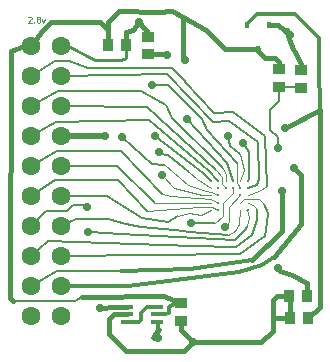
<source format=gtl>
G04 (created by PCBNEW (2013-08-24 BZR 4298)-stable) date Fri 07 Feb 2014 09:32:46 PM PST*
%MOIN*%
G04 Gerber Fmt 3.4, Leading zero omitted, Abs format*
%FSLAX34Y34*%
G01*
G70*
G90*
G04 APERTURE LIST*
%ADD10C,0.005906*%
%ADD11C,0.004921*%
%ADD12R,0.035400X0.039400*%
%ADD13R,0.039400X0.035400*%
%ADD14C,0.062992*%
%ADD15C,0.007874*%
%ADD16C,0.003937*%
%ADD17R,0.015748X0.024114*%
%ADD18R,0.039400X0.011800*%
%ADD19C,0.027559*%
%ADD20C,0.011811*%
%ADD21C,0.007874*%
%ADD22C,0.015748*%
%ADD23C,0.009843*%
%ADD24C,0.003937*%
%ADD25C,0.019685*%
G04 APERTURE END LIST*
G54D10*
G54D11*
X49204Y-38158D02*
X49213Y-38149D01*
X49232Y-38140D01*
X49279Y-38140D01*
X49298Y-38149D01*
X49307Y-38158D01*
X49317Y-38177D01*
X49317Y-38196D01*
X49307Y-38224D01*
X49195Y-38337D01*
X49317Y-38337D01*
X49401Y-38318D02*
X49410Y-38327D01*
X49401Y-38337D01*
X49392Y-38327D01*
X49401Y-38318D01*
X49401Y-38337D01*
X49523Y-38224D02*
X49504Y-38215D01*
X49495Y-38205D01*
X49485Y-38187D01*
X49485Y-38177D01*
X49495Y-38158D01*
X49504Y-38149D01*
X49523Y-38140D01*
X49560Y-38140D01*
X49579Y-38149D01*
X49588Y-38158D01*
X49598Y-38177D01*
X49598Y-38187D01*
X49588Y-38205D01*
X49579Y-38215D01*
X49560Y-38224D01*
X49523Y-38224D01*
X49504Y-38233D01*
X49495Y-38243D01*
X49485Y-38262D01*
X49485Y-38299D01*
X49495Y-38318D01*
X49504Y-38327D01*
X49523Y-38337D01*
X49560Y-38337D01*
X49579Y-38327D01*
X49588Y-38318D01*
X49598Y-38299D01*
X49598Y-38262D01*
X49588Y-38243D01*
X49579Y-38233D01*
X49560Y-38224D01*
X49663Y-38205D02*
X49710Y-38337D01*
X49757Y-38205D01*
G54D12*
X57900Y-47444D03*
X58492Y-47444D03*
G54D13*
X53208Y-38802D03*
X53208Y-39394D03*
G54D12*
X57928Y-48173D03*
X58520Y-48173D03*
X52465Y-39090D03*
X51873Y-39090D03*
G54D13*
X58299Y-39904D03*
X58299Y-40496D03*
G54D14*
X50283Y-48122D03*
X49283Y-48122D03*
X50283Y-45122D03*
X49283Y-46122D03*
X49283Y-47122D03*
X50283Y-47122D03*
X50283Y-46122D03*
X50283Y-44122D03*
X49283Y-45122D03*
X49283Y-44122D03*
X49283Y-43122D03*
X49283Y-39122D03*
X49283Y-40122D03*
X49283Y-41122D03*
X49283Y-42122D03*
X50283Y-43122D03*
X50283Y-42122D03*
X50283Y-41122D03*
X50283Y-40122D03*
X50283Y-39122D03*
G54D13*
X57570Y-40465D03*
X57570Y-39873D03*
G54D15*
X55539Y-44338D03*
X55539Y-44582D03*
G54D16*
X55295Y-44582D03*
X55295Y-44338D03*
G54D15*
X55539Y-43850D03*
G54D16*
X55539Y-43606D03*
G54D15*
X55295Y-43606D03*
G54D16*
X55295Y-43850D03*
X56271Y-44338D03*
X56271Y-44582D03*
G54D15*
X56271Y-43850D03*
G54D16*
X56271Y-43606D03*
G54D15*
X56515Y-44582D03*
G54D16*
X56515Y-44338D03*
G54D15*
X56515Y-43606D03*
X56515Y-43850D03*
G54D16*
X56515Y-44094D03*
G54D15*
X56271Y-44094D03*
X55539Y-44094D03*
G54D16*
X55295Y-44094D03*
X56027Y-43606D03*
X55783Y-43606D03*
G54D15*
X56027Y-43850D03*
X55783Y-43850D03*
G54D13*
X54295Y-48264D03*
X54295Y-47672D03*
G54D17*
X57232Y-38418D03*
X56484Y-38418D03*
X56858Y-39218D03*
G54D18*
X53484Y-47799D03*
X53484Y-48055D03*
X53484Y-48311D03*
X52498Y-48311D03*
X52498Y-48055D03*
X52498Y-47799D03*
G54D19*
X57771Y-41830D03*
X54496Y-41551D03*
X53425Y-42125D03*
X54421Y-39578D03*
X57519Y-42500D03*
X56370Y-42330D03*
X51192Y-45307D03*
X51161Y-44488D03*
X54685Y-48984D03*
X57921Y-38759D03*
X55771Y-45129D03*
X53645Y-43405D03*
X52881Y-38299D03*
X54618Y-45023D03*
X57527Y-46527D03*
X53334Y-40405D03*
X53818Y-39409D03*
X58051Y-43185D03*
X55858Y-42098D03*
X51598Y-47850D03*
X51751Y-42096D03*
X57653Y-43944D03*
X53559Y-42661D03*
X52343Y-42136D03*
X53519Y-48858D03*
G54D20*
X56484Y-38418D02*
X56484Y-38377D01*
X58909Y-38842D02*
X58909Y-39750D01*
X58098Y-38031D02*
X58909Y-38842D01*
X56830Y-38031D02*
X58098Y-38031D01*
X56484Y-38377D02*
X56830Y-38031D01*
G54D21*
X58520Y-48173D02*
X58515Y-48165D01*
G54D22*
X58515Y-48165D02*
X58917Y-47822D01*
X58917Y-47822D02*
X58917Y-41251D01*
G54D21*
X58917Y-39519D02*
X58909Y-39750D01*
G54D20*
X58909Y-39750D02*
X58917Y-41251D01*
G54D10*
X55834Y-43015D02*
X56027Y-43606D01*
G54D22*
X58917Y-41251D02*
X57771Y-41830D01*
G54D10*
X54496Y-41551D02*
X55834Y-43015D01*
G54D20*
X54295Y-47672D02*
X54114Y-47672D01*
X54114Y-47672D02*
X53881Y-47811D01*
X53881Y-47811D02*
X53881Y-47996D01*
X53881Y-47996D02*
X53771Y-48055D01*
X53771Y-48055D02*
X53484Y-48055D01*
X55125Y-38576D02*
X55127Y-38576D01*
G54D22*
X55770Y-39218D02*
X56858Y-39218D01*
X55127Y-38576D02*
X55770Y-39218D01*
G54D20*
X56858Y-39218D02*
X56858Y-39263D01*
G54D22*
X56858Y-39263D02*
X57106Y-39511D01*
X57106Y-39511D02*
X57444Y-39511D01*
X57444Y-39511D02*
X57570Y-39637D01*
X57570Y-39637D02*
X57570Y-39873D01*
X54365Y-39523D02*
X54365Y-38160D01*
G54D10*
X55015Y-43334D02*
X53425Y-42125D01*
X55295Y-43606D02*
X55015Y-43334D01*
G54D22*
X54421Y-39578D02*
X54365Y-39523D01*
X53523Y-37964D02*
X54000Y-37960D01*
X54000Y-37960D02*
X54365Y-38160D01*
X54365Y-38160D02*
X55125Y-38576D01*
G54D23*
X55125Y-38576D02*
X55129Y-38578D01*
G54D22*
X48602Y-47421D02*
X48602Y-47500D01*
X49066Y-39102D02*
X48612Y-39291D01*
X48612Y-39291D02*
X48602Y-47421D01*
X49283Y-39122D02*
X49066Y-39102D01*
X54275Y-47681D02*
X53732Y-47440D01*
X53732Y-47440D02*
X50994Y-47464D01*
G54D21*
X50994Y-47464D02*
X50748Y-47608D01*
X50748Y-47608D02*
X48917Y-47608D01*
X48710Y-47608D02*
X48917Y-47608D01*
G54D22*
X48602Y-47500D02*
X48710Y-47608D01*
X51873Y-39090D02*
X51873Y-38323D01*
X52244Y-37940D02*
X53523Y-37964D01*
X51873Y-38323D02*
X52244Y-37940D01*
X49283Y-39122D02*
X49661Y-38618D01*
G54D23*
X51873Y-38593D02*
X51873Y-39090D01*
G54D22*
X51598Y-38318D02*
X51873Y-38593D01*
X49960Y-38318D02*
X51598Y-38318D01*
X49661Y-38618D02*
X49960Y-38318D01*
G54D21*
X57570Y-40465D02*
X57570Y-40960D01*
X57570Y-40960D02*
X57271Y-41259D01*
X57271Y-41259D02*
X57271Y-41913D01*
X57271Y-41913D02*
X57519Y-42161D01*
X57519Y-42161D02*
X57519Y-42500D01*
X56370Y-42330D02*
X56570Y-42633D01*
X56570Y-42633D02*
X56570Y-43551D01*
X56570Y-43551D02*
X56515Y-43606D01*
X57570Y-40465D02*
X58267Y-40465D01*
X58267Y-40465D02*
X58299Y-40496D01*
X57090Y-45446D02*
X57151Y-45016D01*
G54D10*
X56259Y-46059D02*
X57090Y-45446D01*
X50283Y-46122D02*
X56259Y-46059D01*
G54D24*
X56397Y-44212D02*
X56271Y-44338D01*
X56893Y-44212D02*
X56397Y-44212D01*
X57066Y-44385D02*
X56893Y-44212D01*
G54D21*
X57196Y-44669D02*
X57066Y-44385D01*
X57151Y-45016D02*
X57196Y-44669D01*
G54D10*
X56657Y-45401D02*
X56665Y-45401D01*
X49283Y-46122D02*
X49871Y-45602D01*
G54D24*
X56681Y-44425D02*
X56515Y-44338D01*
X56818Y-44547D02*
X56681Y-44425D01*
G54D10*
X56834Y-44913D02*
X56818Y-44547D01*
X56665Y-45401D02*
X56834Y-44913D01*
X56657Y-45401D02*
X56115Y-45807D01*
X56115Y-45807D02*
X54680Y-45769D01*
X54680Y-45769D02*
X49871Y-45602D01*
X52972Y-45133D02*
X52448Y-45035D01*
G54D24*
X56106Y-45291D02*
X55858Y-45421D01*
X56244Y-45035D02*
X56106Y-45291D01*
G54D10*
X55858Y-45421D02*
X54598Y-45326D01*
X54598Y-45326D02*
X54102Y-45255D01*
X54102Y-45255D02*
X52972Y-45133D01*
G54D24*
X56271Y-44582D02*
X56244Y-45035D01*
G54D10*
X50783Y-44870D02*
X50283Y-45122D01*
X51874Y-44870D02*
X50783Y-44870D01*
X52448Y-45035D02*
X51874Y-44870D01*
X51280Y-45323D02*
X51209Y-45323D01*
X51209Y-45323D02*
X51192Y-45307D01*
X51161Y-44488D02*
X51066Y-44421D01*
X51066Y-44421D02*
X50700Y-44421D01*
X50700Y-44421D02*
X50500Y-44622D01*
X50500Y-44622D02*
X49783Y-44622D01*
X49783Y-44622D02*
X49283Y-45122D01*
X56500Y-45117D02*
X56463Y-45213D01*
X52303Y-45393D02*
X51280Y-45323D01*
X56106Y-45586D02*
X52303Y-45393D01*
X56463Y-45213D02*
X56106Y-45586D01*
X56515Y-44582D02*
X56507Y-44582D01*
G54D24*
X56507Y-44582D02*
X56551Y-44818D01*
X56551Y-44818D02*
X56500Y-45117D01*
X56500Y-45117D02*
X56500Y-45118D01*
X55295Y-44582D02*
X54956Y-44759D01*
G54D10*
X53003Y-44850D02*
X51842Y-44102D01*
X51842Y-44102D02*
X50283Y-44122D01*
X53874Y-44976D02*
X53003Y-44850D01*
X54204Y-44779D02*
X53874Y-44976D01*
G54D24*
X54566Y-44688D02*
X54204Y-44779D01*
X54956Y-44759D02*
X54566Y-44688D01*
X55539Y-44582D02*
X55318Y-44464D01*
G54D10*
X50098Y-43590D02*
X49283Y-44122D01*
G54D24*
X55318Y-44464D02*
X54909Y-44492D01*
G54D10*
X52204Y-43590D02*
X50098Y-43590D01*
X53165Y-44602D02*
X52204Y-43590D01*
G54D24*
X54909Y-44492D02*
X53165Y-44602D01*
G54D10*
X50283Y-43122D02*
X52145Y-43102D01*
X52145Y-43102D02*
X53444Y-44330D01*
G54D24*
X53444Y-44330D02*
X55295Y-44338D01*
G54D10*
X55539Y-44338D02*
X55531Y-44338D01*
G54D24*
X55531Y-44338D02*
X55303Y-44216D01*
X55303Y-44216D02*
X53948Y-44118D01*
X53948Y-44118D02*
X53653Y-44035D01*
G54D10*
X53653Y-44035D02*
X52279Y-42598D01*
X50165Y-42598D02*
X49283Y-43122D01*
X52279Y-42598D02*
X50165Y-42598D01*
G54D22*
X57350Y-48232D02*
X57350Y-47578D01*
X57484Y-47444D02*
X57900Y-47444D01*
X57350Y-47578D02*
X57484Y-47444D01*
X54685Y-48984D02*
X56976Y-48984D01*
X56976Y-48984D02*
X57350Y-48610D01*
X57350Y-48610D02*
X57350Y-48232D01*
X52066Y-48055D02*
X51905Y-48216D01*
X51905Y-48216D02*
X51905Y-48720D01*
X51905Y-48720D02*
X52464Y-49279D01*
X52464Y-49279D02*
X54389Y-49279D01*
X54389Y-49279D02*
X54685Y-48984D01*
X52498Y-48055D02*
X52066Y-48055D01*
X54295Y-48594D02*
X54295Y-48264D01*
X54295Y-48594D02*
X54685Y-48984D01*
X57409Y-48173D02*
X57928Y-48173D01*
G54D21*
X57350Y-48232D02*
X57350Y-48232D01*
X57350Y-48232D02*
X57409Y-48173D01*
G54D22*
X57232Y-38418D02*
X57514Y-38418D01*
X57514Y-38418D02*
X57921Y-38759D01*
X57909Y-38877D02*
X57834Y-38582D01*
G54D23*
X57834Y-38582D02*
X57996Y-38685D01*
X57996Y-38685D02*
X57921Y-38759D01*
G54D10*
X56271Y-44094D02*
X56251Y-44094D01*
G54D24*
X55881Y-44464D02*
X55881Y-44976D01*
X55881Y-44976D02*
X55771Y-45129D01*
X56251Y-44094D02*
X55881Y-44464D01*
G54D22*
X57928Y-48173D02*
X57932Y-47476D01*
G54D21*
X57932Y-47476D02*
X57900Y-47444D01*
X58299Y-39904D02*
X58299Y-39720D01*
G54D22*
X58299Y-39720D02*
X58098Y-39299D01*
G54D21*
X58098Y-39299D02*
X58043Y-39220D01*
G54D22*
X58043Y-39220D02*
X57960Y-39047D01*
X57960Y-39047D02*
X57909Y-38877D01*
G54D24*
X55295Y-44094D02*
X55003Y-44066D01*
X55003Y-44066D02*
X54059Y-43842D01*
X54059Y-43842D02*
X53645Y-43405D01*
G54D21*
X53208Y-38802D02*
X53259Y-38751D01*
G54D22*
X52465Y-38656D02*
X52681Y-38582D01*
X52681Y-38582D02*
X52881Y-38299D01*
X52465Y-38656D02*
X52465Y-39090D01*
X53259Y-38751D02*
X52881Y-38299D01*
G54D23*
X50283Y-39122D02*
X50535Y-39122D01*
X52465Y-39503D02*
X52465Y-39090D01*
X52299Y-39566D02*
X52465Y-39503D01*
X51425Y-39566D02*
X52299Y-39566D01*
X50535Y-39122D02*
X51425Y-39566D01*
G54D10*
X55783Y-43850D02*
X55783Y-43830D01*
G54D24*
X55783Y-43830D02*
X55661Y-43708D01*
X55661Y-43708D02*
X55659Y-43484D01*
X55659Y-43484D02*
X55462Y-43248D01*
G54D10*
X55462Y-43248D02*
X53145Y-41129D01*
X53145Y-41129D02*
X50283Y-41122D01*
G54D20*
X53484Y-47799D02*
X53177Y-47799D01*
X53177Y-47799D02*
X52960Y-48015D01*
X52960Y-48015D02*
X52960Y-48251D01*
X52960Y-48251D02*
X52901Y-48311D01*
X52901Y-48311D02*
X52498Y-48311D01*
G54D24*
X56027Y-43850D02*
X56027Y-44000D01*
X56027Y-44000D02*
X55696Y-44330D01*
X55696Y-44330D02*
X55696Y-44763D01*
X55696Y-44763D02*
X55437Y-45023D01*
G54D10*
X55437Y-45023D02*
X54618Y-45023D01*
G54D22*
X57527Y-46527D02*
X57606Y-46606D01*
X57606Y-46606D02*
X57980Y-46740D01*
X57980Y-46740D02*
X58492Y-47024D01*
X58492Y-47024D02*
X58492Y-47444D01*
G54D10*
X56271Y-43850D02*
X56271Y-43818D01*
G54D24*
X56271Y-43818D02*
X56149Y-43688D01*
X56149Y-43688D02*
X56149Y-42996D01*
G54D10*
X56149Y-42996D02*
X55165Y-41897D01*
X55165Y-41897D02*
X54984Y-41535D01*
X54984Y-41535D02*
X53854Y-40405D01*
X53854Y-40405D02*
X53334Y-40405D01*
X53818Y-39409D02*
X53803Y-39394D01*
G54D22*
X53803Y-39394D02*
X53208Y-39394D01*
G54D10*
X53212Y-41594D02*
X50133Y-41629D01*
X55539Y-43606D02*
X55216Y-43277D01*
X55216Y-43277D02*
X53212Y-41594D01*
X50133Y-41629D02*
X49283Y-42122D01*
G54D20*
X57007Y-46397D02*
X57385Y-46133D01*
G54D22*
X57385Y-46133D02*
X58291Y-45043D01*
X58291Y-45043D02*
X58291Y-43425D01*
X58291Y-43425D02*
X58051Y-43185D01*
G54D20*
X50283Y-47122D02*
X52515Y-47102D01*
X56220Y-46641D02*
X57007Y-46397D01*
G54D10*
X57007Y-46397D02*
X57019Y-46397D01*
G54D20*
X52515Y-47102D02*
X56220Y-46641D01*
G54D24*
X56271Y-43606D02*
X56271Y-43606D01*
X56271Y-43606D02*
X56389Y-43236D01*
X56389Y-43236D02*
X56259Y-42724D01*
G54D10*
X56259Y-42724D02*
X55944Y-42429D01*
X55944Y-42429D02*
X55858Y-42098D01*
G54D22*
X52106Y-47803D02*
X52494Y-47803D01*
X52494Y-47803D02*
X52498Y-47799D01*
X51598Y-47850D02*
X52106Y-47803D01*
G54D25*
X50283Y-42122D02*
X51746Y-42102D01*
X51746Y-42102D02*
X51751Y-42096D01*
G54D21*
X50173Y-46618D02*
X52303Y-46618D01*
G54D20*
X52303Y-46618D02*
X54594Y-46543D01*
X54594Y-46543D02*
X56677Y-46251D01*
G54D22*
X56677Y-46251D02*
X57653Y-45275D01*
X57653Y-45275D02*
X57653Y-43944D01*
G54D21*
X49311Y-47122D02*
X50173Y-46618D01*
G54D10*
X49283Y-47122D02*
X49311Y-47122D01*
G54D24*
X54834Y-43559D02*
X54559Y-43311D01*
X54834Y-43559D02*
X55295Y-43850D01*
G54D10*
X53859Y-42755D02*
X54559Y-43311D01*
X53594Y-42696D02*
X53859Y-42755D01*
X53559Y-42661D02*
X53594Y-42696D01*
X54419Y-40301D02*
X54419Y-40285D01*
X50559Y-39614D02*
X50106Y-39614D01*
X51200Y-39850D02*
X50559Y-39614D01*
X53984Y-39850D02*
X51200Y-39850D01*
X54419Y-40285D02*
X53984Y-39850D01*
X57109Y-42118D02*
X56023Y-41316D01*
X56023Y-41316D02*
X55393Y-41358D01*
X55393Y-41358D02*
X54419Y-40301D01*
X54419Y-40301D02*
X54415Y-40297D01*
G54D21*
X57157Y-43783D02*
X57109Y-42118D01*
G54D10*
X50106Y-39614D02*
X49283Y-40122D01*
G54D24*
X56515Y-44094D02*
X56909Y-43952D01*
X56909Y-43952D02*
X57157Y-43783D01*
G54D10*
X50283Y-40122D02*
X53830Y-40059D01*
X56822Y-43732D02*
X56515Y-43850D01*
X56905Y-43531D02*
X56822Y-43732D01*
G54D21*
X56862Y-42307D02*
X56905Y-43531D01*
G54D10*
X53830Y-40059D02*
X55374Y-41643D01*
X55374Y-41643D02*
X55905Y-41597D01*
X55905Y-41597D02*
X56862Y-42307D01*
X52972Y-40610D02*
X50181Y-40610D01*
G54D24*
X55783Y-43606D02*
X55787Y-43405D01*
X55787Y-43405D02*
X55679Y-43169D01*
G54D10*
X55679Y-43169D02*
X54007Y-41527D01*
X54007Y-41527D02*
X53797Y-41065D01*
X53797Y-41065D02*
X52972Y-40610D01*
X50181Y-40610D02*
X49283Y-41122D01*
G54D25*
X53401Y-48838D02*
X53555Y-48590D01*
G54D20*
X53555Y-48590D02*
X53511Y-48318D01*
G54D25*
X53519Y-48858D02*
X53401Y-48838D01*
G54D21*
X52343Y-42136D02*
X52349Y-42136D01*
X52349Y-42136D02*
X52343Y-42136D01*
G54D24*
X55519Y-44094D02*
X55291Y-43964D01*
G54D10*
X55539Y-44094D02*
X55519Y-44094D01*
G54D24*
X55291Y-43964D02*
X55141Y-43960D01*
X55141Y-43960D02*
X54515Y-43736D01*
X54515Y-43736D02*
X53775Y-43090D01*
G54D10*
X53775Y-43090D02*
X53316Y-43054D01*
X53316Y-43054D02*
X52343Y-42136D01*
M02*

</source>
